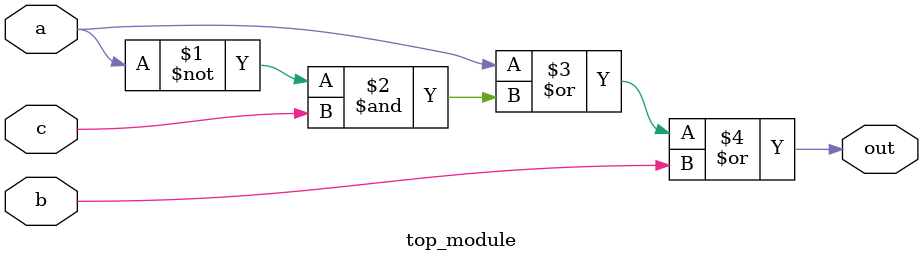
<source format=v>
module top_module(
    input a,
    input b,
    input c,
    output out  ); 
    
assign out = a | (~a)&c | b;

endmodule

</source>
